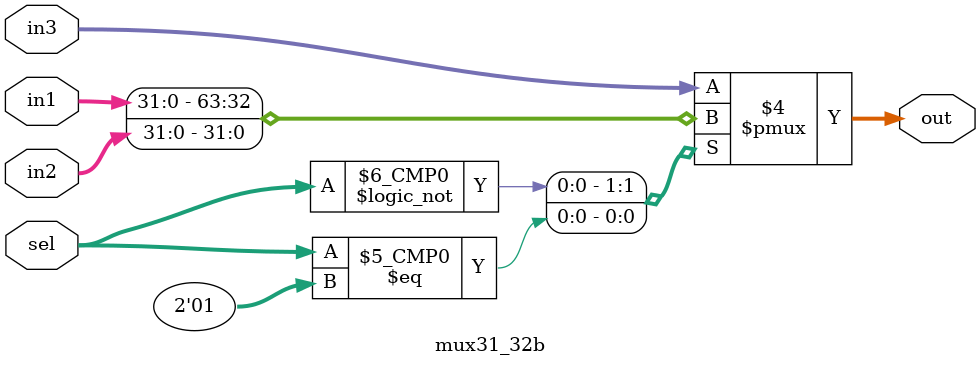
<source format=v>
`timescale 1ns / 1ps

/*
/////////////////////////////////////////////
//// COA LAB Assignment 6                ////
//// Group Number 23                     ////
//// Ashwani Kumar Kamal (20CS10011)     ////
//// Astitva (20CS30007)                 ////
/////////////////////////////////////////////
*/

// A 3x1 mux with 32-bit output

module mux31_32b (
    input [31:0] in1, 
    input [31:0] in2, 
    input [31:0] in3, 
    input [1:0] sel, 
    output reg [31:0] out
);

    always @(*) begin
        case (sel)
            2'b00 : out = in1;
            2'b01 : out = in2;
            2'b10 : out = in3;
            default : out = in3;
        endcase
    end
    
endmodule
</source>
